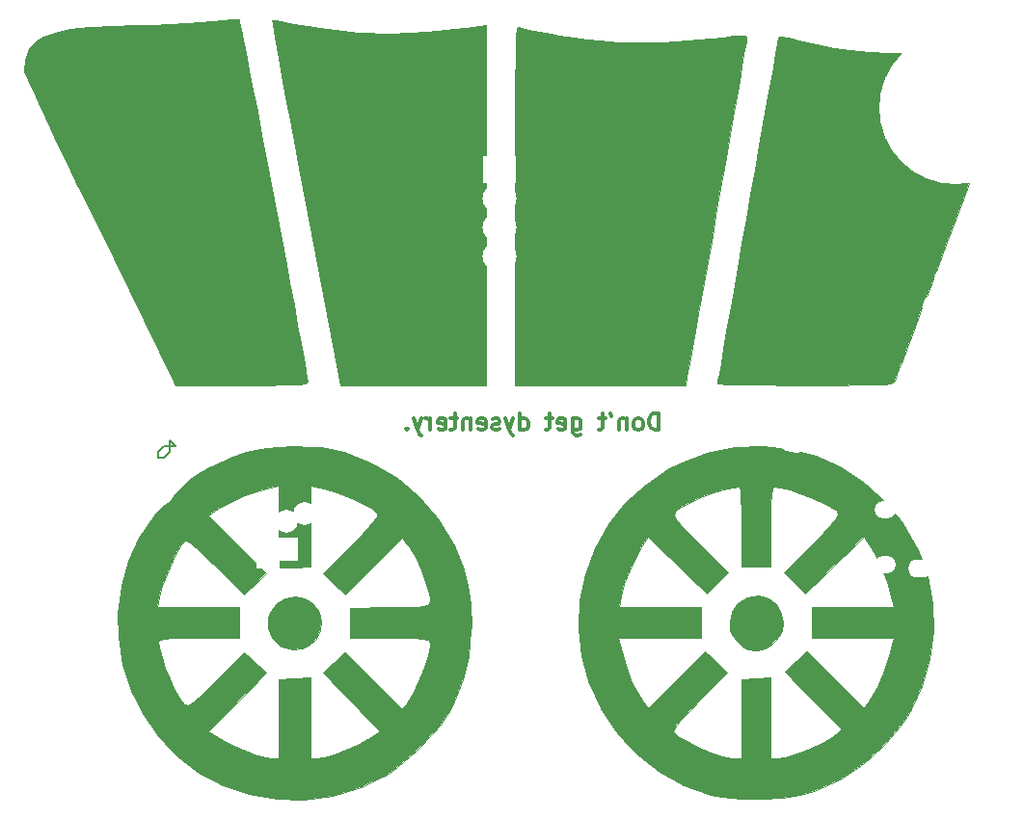
<source format=gbo>
G04 #@! TF.FileFunction,Legend,Bot*
%FSLAX46Y46*%
G04 Gerber Fmt 4.6, Leading zero omitted, Abs format (unit mm)*
G04 Created by KiCad (PCBNEW 4.0.7-e2-6376~58~ubuntu16.04.1) date Wed Mar 28 00:34:47 2018*
%MOMM*%
%LPD*%
G01*
G04 APERTURE LIST*
%ADD10C,0.100000*%
%ADD11C,0.200000*%
%ADD12C,0.300000*%
%ADD13C,0.010000*%
%ADD14C,3.400000*%
%ADD15C,3.000000*%
%ADD16C,2.400000*%
%ADD17R,2.000000X2.000000*%
%ADD18C,2.000000*%
%ADD19C,4.900000*%
%ADD20O,1.900000X1.500000*%
%ADD21O,2.100000X1.600000*%
%ADD22C,13.400000*%
%ADD23R,3.000000X2.400000*%
%ADD24O,3.000000X2.400000*%
G04 APERTURE END LIST*
D10*
D11*
X105156000Y-70612000D02*
X106172000Y-70612000D01*
X104648000Y-71120000D02*
X105156000Y-70612000D01*
X104648000Y-71628000D02*
X104648000Y-71120000D01*
X105156000Y-71628000D02*
X104648000Y-71628000D01*
X105664000Y-71120000D02*
X105156000Y-71628000D01*
X105664000Y-70104000D02*
X105664000Y-71120000D01*
X106172000Y-70612000D02*
X105664000Y-70104000D01*
D12*
X148646428Y-69188571D02*
X148646428Y-67688571D01*
X148289285Y-67688571D01*
X148075000Y-67760000D01*
X147932142Y-67902857D01*
X147860714Y-68045714D01*
X147789285Y-68331429D01*
X147789285Y-68545714D01*
X147860714Y-68831429D01*
X147932142Y-68974286D01*
X148075000Y-69117143D01*
X148289285Y-69188571D01*
X148646428Y-69188571D01*
X146932142Y-69188571D02*
X147075000Y-69117143D01*
X147146428Y-69045714D01*
X147217857Y-68902857D01*
X147217857Y-68474286D01*
X147146428Y-68331429D01*
X147075000Y-68260000D01*
X146932142Y-68188571D01*
X146717857Y-68188571D01*
X146575000Y-68260000D01*
X146503571Y-68331429D01*
X146432142Y-68474286D01*
X146432142Y-68902857D01*
X146503571Y-69045714D01*
X146575000Y-69117143D01*
X146717857Y-69188571D01*
X146932142Y-69188571D01*
X145789285Y-68188571D02*
X145789285Y-69188571D01*
X145789285Y-68331429D02*
X145717857Y-68260000D01*
X145574999Y-68188571D01*
X145360714Y-68188571D01*
X145217857Y-68260000D01*
X145146428Y-68402857D01*
X145146428Y-69188571D01*
X144360714Y-67688571D02*
X144503571Y-67974286D01*
X143932142Y-68188571D02*
X143360713Y-68188571D01*
X143717856Y-67688571D02*
X143717856Y-68974286D01*
X143646428Y-69117143D01*
X143503570Y-69188571D01*
X143360713Y-69188571D01*
X141074999Y-68188571D02*
X141074999Y-69402857D01*
X141146428Y-69545714D01*
X141217856Y-69617143D01*
X141360713Y-69688571D01*
X141574999Y-69688571D01*
X141717856Y-69617143D01*
X141074999Y-69117143D02*
X141217856Y-69188571D01*
X141503570Y-69188571D01*
X141646428Y-69117143D01*
X141717856Y-69045714D01*
X141789285Y-68902857D01*
X141789285Y-68474286D01*
X141717856Y-68331429D01*
X141646428Y-68260000D01*
X141503570Y-68188571D01*
X141217856Y-68188571D01*
X141074999Y-68260000D01*
X139789285Y-69117143D02*
X139932142Y-69188571D01*
X140217856Y-69188571D01*
X140360713Y-69117143D01*
X140432142Y-68974286D01*
X140432142Y-68402857D01*
X140360713Y-68260000D01*
X140217856Y-68188571D01*
X139932142Y-68188571D01*
X139789285Y-68260000D01*
X139717856Y-68402857D01*
X139717856Y-68545714D01*
X140432142Y-68688571D01*
X139289285Y-68188571D02*
X138717856Y-68188571D01*
X139074999Y-67688571D02*
X139074999Y-68974286D01*
X139003571Y-69117143D01*
X138860713Y-69188571D01*
X138717856Y-69188571D01*
X136432142Y-69188571D02*
X136432142Y-67688571D01*
X136432142Y-69117143D02*
X136574999Y-69188571D01*
X136860713Y-69188571D01*
X137003571Y-69117143D01*
X137074999Y-69045714D01*
X137146428Y-68902857D01*
X137146428Y-68474286D01*
X137074999Y-68331429D01*
X137003571Y-68260000D01*
X136860713Y-68188571D01*
X136574999Y-68188571D01*
X136432142Y-68260000D01*
X135860713Y-68188571D02*
X135503570Y-69188571D01*
X135146428Y-68188571D02*
X135503570Y-69188571D01*
X135646428Y-69545714D01*
X135717856Y-69617143D01*
X135860713Y-69688571D01*
X134646428Y-69117143D02*
X134503571Y-69188571D01*
X134217856Y-69188571D01*
X134074999Y-69117143D01*
X134003571Y-68974286D01*
X134003571Y-68902857D01*
X134074999Y-68760000D01*
X134217856Y-68688571D01*
X134432142Y-68688571D01*
X134574999Y-68617143D01*
X134646428Y-68474286D01*
X134646428Y-68402857D01*
X134574999Y-68260000D01*
X134432142Y-68188571D01*
X134217856Y-68188571D01*
X134074999Y-68260000D01*
X132789285Y-69117143D02*
X132932142Y-69188571D01*
X133217856Y-69188571D01*
X133360713Y-69117143D01*
X133432142Y-68974286D01*
X133432142Y-68402857D01*
X133360713Y-68260000D01*
X133217856Y-68188571D01*
X132932142Y-68188571D01*
X132789285Y-68260000D01*
X132717856Y-68402857D01*
X132717856Y-68545714D01*
X133432142Y-68688571D01*
X132074999Y-68188571D02*
X132074999Y-69188571D01*
X132074999Y-68331429D02*
X132003571Y-68260000D01*
X131860713Y-68188571D01*
X131646428Y-68188571D01*
X131503571Y-68260000D01*
X131432142Y-68402857D01*
X131432142Y-69188571D01*
X130932142Y-68188571D02*
X130360713Y-68188571D01*
X130717856Y-67688571D02*
X130717856Y-68974286D01*
X130646428Y-69117143D01*
X130503570Y-69188571D01*
X130360713Y-69188571D01*
X129289285Y-69117143D02*
X129432142Y-69188571D01*
X129717856Y-69188571D01*
X129860713Y-69117143D01*
X129932142Y-68974286D01*
X129932142Y-68402857D01*
X129860713Y-68260000D01*
X129717856Y-68188571D01*
X129432142Y-68188571D01*
X129289285Y-68260000D01*
X129217856Y-68402857D01*
X129217856Y-68545714D01*
X129932142Y-68688571D01*
X128574999Y-69188571D02*
X128574999Y-68188571D01*
X128574999Y-68474286D02*
X128503571Y-68331429D01*
X128432142Y-68260000D01*
X128289285Y-68188571D01*
X128146428Y-68188571D01*
X127789285Y-68188571D02*
X127432142Y-69188571D01*
X127075000Y-68188571D02*
X127432142Y-69188571D01*
X127575000Y-69545714D01*
X127646428Y-69617143D01*
X127789285Y-69688571D01*
X126503571Y-69045714D02*
X126432143Y-69117143D01*
X126503571Y-69188571D01*
X126575000Y-69117143D01*
X126503571Y-69045714D01*
X126503571Y-69188571D01*
D13*
G36*
X118005156Y-70658163D02*
X118980238Y-70716108D01*
X119794348Y-70830896D01*
X120578252Y-71017736D01*
X120971667Y-71134216D01*
X123445093Y-72103498D01*
X125643659Y-73394667D01*
X127565913Y-75006481D01*
X129210404Y-76937696D01*
X130575682Y-79187070D01*
X130727937Y-79493224D01*
X131435278Y-81157086D01*
X131890702Y-82774641D01*
X132120676Y-84482845D01*
X132151669Y-86418658D01*
X132138546Y-86792506D01*
X131916450Y-89082060D01*
X131431942Y-91130844D01*
X130653336Y-93053017D01*
X130131666Y-94023300D01*
X129440163Y-95032751D01*
X128500022Y-96157241D01*
X127414753Y-97292067D01*
X126287869Y-98332528D01*
X125222882Y-99173919D01*
X124706926Y-99510429D01*
X122447214Y-100598286D01*
X120016317Y-101315669D01*
X117467589Y-101650981D01*
X115045000Y-101610356D01*
X112623274Y-101195948D01*
X110353462Y-100410640D01*
X108264666Y-99288662D01*
X106385990Y-97864241D01*
X104746537Y-96171608D01*
X103375411Y-94244989D01*
X102301715Y-92118616D01*
X101554553Y-89826715D01*
X101163027Y-87403515D01*
X101132559Y-85247822D01*
X101197362Y-84710000D01*
X104626220Y-84710000D01*
X111772298Y-84710000D01*
X111768232Y-86085571D01*
X111764167Y-87461141D01*
X108218750Y-87461404D01*
X106856098Y-87468695D01*
X105868732Y-87492796D01*
X105208810Y-87537393D01*
X104828487Y-87606176D01*
X104679920Y-87702831D01*
X104673334Y-87734696D01*
X104757311Y-88336218D01*
X104979146Y-89180952D01*
X105293694Y-90130377D01*
X105655809Y-91045970D01*
X105958409Y-91677759D01*
X106370793Y-92453795D01*
X106688747Y-92997252D01*
X106972396Y-93300383D01*
X107281866Y-93355443D01*
X107677285Y-93154685D01*
X108218779Y-92690363D01*
X108966472Y-91954732D01*
X109726819Y-91192279D01*
X112232564Y-88693062D01*
X114165254Y-90530834D01*
X111622195Y-93093536D01*
X109079137Y-95656238D01*
X110209985Y-96356651D01*
X111110434Y-96849597D01*
X112137624Y-97311813D01*
X113165842Y-97695884D01*
X114069374Y-97954395D01*
X114674584Y-98040536D01*
X115256667Y-98045000D01*
X115256667Y-91096122D01*
X116632944Y-91025144D01*
X118009222Y-90954167D01*
X118008778Y-94499584D01*
X118008334Y-98045000D01*
X118590417Y-98040536D01*
X119267346Y-97938183D01*
X120181543Y-97671338D01*
X121204401Y-97288458D01*
X122207316Y-96838002D01*
X123061681Y-96368428D01*
X123110773Y-96337268D01*
X124180478Y-95650839D01*
X121649868Y-93090836D01*
X119119258Y-90530834D01*
X120089608Y-89625673D01*
X121059959Y-88720513D01*
X123564053Y-91213173D01*
X126068146Y-93705834D01*
X126483670Y-93176667D01*
X127026079Y-92342872D01*
X127571740Y-91264636D01*
X128040607Y-90112577D01*
X128284166Y-89338946D01*
X128468664Y-88662270D01*
X128573709Y-88170627D01*
X128548632Y-87834640D01*
X128342762Y-87624935D01*
X127905429Y-87512136D01*
X127185963Y-87466867D01*
X126133694Y-87459754D01*
X125046250Y-87461796D01*
X121500834Y-87461925D01*
X121530802Y-86138879D01*
X121560770Y-84815834D01*
X125076218Y-84757799D01*
X126423531Y-84737181D01*
X127397664Y-84705995D01*
X128048285Y-84633459D01*
X128425065Y-84488791D01*
X128577674Y-84241207D01*
X128555780Y-83859925D01*
X128409054Y-83314161D01*
X128250561Y-82790501D01*
X127806535Y-81544707D01*
X127252892Y-80365066D01*
X126665016Y-79406789D01*
X126508970Y-79204647D01*
X126075154Y-78677500D01*
X121077500Y-83634014D01*
X119129738Y-81782976D01*
X121629857Y-79289370D01*
X122579524Y-78329758D01*
X123251052Y-77617664D01*
X123676978Y-77113047D01*
X123889841Y-76775866D01*
X123922181Y-76566080D01*
X123890613Y-76507350D01*
X123357280Y-76057572D01*
X122516739Y-75568851D01*
X121476201Y-75088651D01*
X120342878Y-74664439D01*
X119223983Y-74343678D01*
X118802084Y-74254529D01*
X118008334Y-74107484D01*
X118008308Y-77662492D01*
X118008283Y-81217500D01*
X116632475Y-81232903D01*
X115256667Y-81248305D01*
X115256667Y-74107484D01*
X114462917Y-74250806D01*
X113326195Y-74544392D01*
X112062750Y-75008509D01*
X110864682Y-75564934D01*
X110043957Y-76050158D01*
X109068964Y-76720971D01*
X114118646Y-81770653D01*
X112215774Y-83673525D01*
X109737530Y-81201737D01*
X108899461Y-80386392D01*
X108155391Y-79701101D01*
X107559370Y-79192605D01*
X107165452Y-78907648D01*
X107037618Y-78866948D01*
X106682711Y-79244722D01*
X106261470Y-79932998D01*
X105817868Y-80833569D01*
X105395877Y-81848228D01*
X105039470Y-82878767D01*
X104792620Y-83826979D01*
X104773945Y-83922560D01*
X104626220Y-84710000D01*
X101197362Y-84710000D01*
X101422082Y-82844978D01*
X102036840Y-80654645D01*
X103002255Y-78621581D01*
X104343745Y-76690548D01*
X105815683Y-75071243D01*
X106791211Y-74136886D01*
X107615808Y-73439783D01*
X108408155Y-72890818D01*
X109286934Y-72400871D01*
X109541667Y-72273410D01*
X111029136Y-71594189D01*
X112355997Y-71124523D01*
X113668189Y-70831324D01*
X115111654Y-70681506D01*
X116738334Y-70641852D01*
X118005156Y-70658163D01*
X118005156Y-70658163D01*
G37*
X118005156Y-70658163D02*
X118980238Y-70716108D01*
X119794348Y-70830896D01*
X120578252Y-71017736D01*
X120971667Y-71134216D01*
X123445093Y-72103498D01*
X125643659Y-73394667D01*
X127565913Y-75006481D01*
X129210404Y-76937696D01*
X130575682Y-79187070D01*
X130727937Y-79493224D01*
X131435278Y-81157086D01*
X131890702Y-82774641D01*
X132120676Y-84482845D01*
X132151669Y-86418658D01*
X132138546Y-86792506D01*
X131916450Y-89082060D01*
X131431942Y-91130844D01*
X130653336Y-93053017D01*
X130131666Y-94023300D01*
X129440163Y-95032751D01*
X128500022Y-96157241D01*
X127414753Y-97292067D01*
X126287869Y-98332528D01*
X125222882Y-99173919D01*
X124706926Y-99510429D01*
X122447214Y-100598286D01*
X120016317Y-101315669D01*
X117467589Y-101650981D01*
X115045000Y-101610356D01*
X112623274Y-101195948D01*
X110353462Y-100410640D01*
X108264666Y-99288662D01*
X106385990Y-97864241D01*
X104746537Y-96171608D01*
X103375411Y-94244989D01*
X102301715Y-92118616D01*
X101554553Y-89826715D01*
X101163027Y-87403515D01*
X101132559Y-85247822D01*
X101197362Y-84710000D01*
X104626220Y-84710000D01*
X111772298Y-84710000D01*
X111768232Y-86085571D01*
X111764167Y-87461141D01*
X108218750Y-87461404D01*
X106856098Y-87468695D01*
X105868732Y-87492796D01*
X105208810Y-87537393D01*
X104828487Y-87606176D01*
X104679920Y-87702831D01*
X104673334Y-87734696D01*
X104757311Y-88336218D01*
X104979146Y-89180952D01*
X105293694Y-90130377D01*
X105655809Y-91045970D01*
X105958409Y-91677759D01*
X106370793Y-92453795D01*
X106688747Y-92997252D01*
X106972396Y-93300383D01*
X107281866Y-93355443D01*
X107677285Y-93154685D01*
X108218779Y-92690363D01*
X108966472Y-91954732D01*
X109726819Y-91192279D01*
X112232564Y-88693062D01*
X114165254Y-90530834D01*
X111622195Y-93093536D01*
X109079137Y-95656238D01*
X110209985Y-96356651D01*
X111110434Y-96849597D01*
X112137624Y-97311813D01*
X113165842Y-97695884D01*
X114069374Y-97954395D01*
X114674584Y-98040536D01*
X115256667Y-98045000D01*
X115256667Y-91096122D01*
X116632944Y-91025144D01*
X118009222Y-90954167D01*
X118008778Y-94499584D01*
X118008334Y-98045000D01*
X118590417Y-98040536D01*
X119267346Y-97938183D01*
X120181543Y-97671338D01*
X121204401Y-97288458D01*
X122207316Y-96838002D01*
X123061681Y-96368428D01*
X123110773Y-96337268D01*
X124180478Y-95650839D01*
X121649868Y-93090836D01*
X119119258Y-90530834D01*
X120089608Y-89625673D01*
X121059959Y-88720513D01*
X123564053Y-91213173D01*
X126068146Y-93705834D01*
X126483670Y-93176667D01*
X127026079Y-92342872D01*
X127571740Y-91264636D01*
X128040607Y-90112577D01*
X128284166Y-89338946D01*
X128468664Y-88662270D01*
X128573709Y-88170627D01*
X128548632Y-87834640D01*
X128342762Y-87624935D01*
X127905429Y-87512136D01*
X127185963Y-87466867D01*
X126133694Y-87459754D01*
X125046250Y-87461796D01*
X121500834Y-87461925D01*
X121530802Y-86138879D01*
X121560770Y-84815834D01*
X125076218Y-84757799D01*
X126423531Y-84737181D01*
X127397664Y-84705995D01*
X128048285Y-84633459D01*
X128425065Y-84488791D01*
X128577674Y-84241207D01*
X128555780Y-83859925D01*
X128409054Y-83314161D01*
X128250561Y-82790501D01*
X127806535Y-81544707D01*
X127252892Y-80365066D01*
X126665016Y-79406789D01*
X126508970Y-79204647D01*
X126075154Y-78677500D01*
X121077500Y-83634014D01*
X119129738Y-81782976D01*
X121629857Y-79289370D01*
X122579524Y-78329758D01*
X123251052Y-77617664D01*
X123676978Y-77113047D01*
X123889841Y-76775866D01*
X123922181Y-76566080D01*
X123890613Y-76507350D01*
X123357280Y-76057572D01*
X122516739Y-75568851D01*
X121476201Y-75088651D01*
X120342878Y-74664439D01*
X119223983Y-74343678D01*
X118802084Y-74254529D01*
X118008334Y-74107484D01*
X118008308Y-77662492D01*
X118008283Y-81217500D01*
X116632475Y-81232903D01*
X115256667Y-81248305D01*
X115256667Y-74107484D01*
X114462917Y-74250806D01*
X113326195Y-74544392D01*
X112062750Y-75008509D01*
X110864682Y-75564934D01*
X110043957Y-76050158D01*
X109068964Y-76720971D01*
X114118646Y-81770653D01*
X112215774Y-83673525D01*
X109737530Y-81201737D01*
X108899461Y-80386392D01*
X108155391Y-79701101D01*
X107559370Y-79192605D01*
X107165452Y-78907648D01*
X107037618Y-78866948D01*
X106682711Y-79244722D01*
X106261470Y-79932998D01*
X105817868Y-80833569D01*
X105395877Y-81848228D01*
X105039470Y-82878767D01*
X104792620Y-83826979D01*
X104773945Y-83922560D01*
X104626220Y-84710000D01*
X101197362Y-84710000D01*
X101422082Y-82844978D01*
X102036840Y-80654645D01*
X103002255Y-78621581D01*
X104343745Y-76690548D01*
X105815683Y-75071243D01*
X106791211Y-74136886D01*
X107615808Y-73439783D01*
X108408155Y-72890818D01*
X109286934Y-72400871D01*
X109541667Y-72273410D01*
X111029136Y-71594189D01*
X112355997Y-71124523D01*
X113668189Y-70831324D01*
X115111654Y-70681506D01*
X116738334Y-70641852D01*
X118005156Y-70658163D01*
G36*
X160098211Y-70826065D02*
X162388995Y-71444272D01*
X164557972Y-72408150D01*
X166566035Y-73703461D01*
X168374076Y-75315967D01*
X169942986Y-77231429D01*
X171233657Y-79435609D01*
X171353319Y-79687244D01*
X172205203Y-82006962D01*
X172665951Y-84421112D01*
X172740133Y-86873692D01*
X172432316Y-89308703D01*
X171747070Y-91670144D01*
X170688963Y-93902015D01*
X170119646Y-94809165D01*
X168516325Y-96805115D01*
X166634612Y-98502440D01*
X164516642Y-99871368D01*
X162204547Y-100882131D01*
X161026105Y-101234424D01*
X159475100Y-101511204D01*
X157702145Y-101634002D01*
X155876134Y-101603196D01*
X154165964Y-101419168D01*
X153193580Y-101216805D01*
X150856057Y-100390443D01*
X148689234Y-99199525D01*
X146735692Y-97682978D01*
X145038012Y-95879727D01*
X143638777Y-93828698D01*
X142580567Y-91568815D01*
X142550695Y-91487691D01*
X141873171Y-89045565D01*
X141695859Y-87461667D01*
X145093601Y-87461667D01*
X145224694Y-88043750D01*
X145700577Y-89827588D01*
X146271835Y-91310684D01*
X146987748Y-92613111D01*
X147274562Y-93038518D01*
X147699832Y-93641202D01*
X150207951Y-91139618D01*
X152716070Y-88638033D01*
X153674225Y-89578390D01*
X154632379Y-90518748D01*
X152158679Y-92998909D01*
X151220674Y-93951187D01*
X150558482Y-94655976D01*
X150138676Y-95154891D01*
X149927829Y-95489548D01*
X149892513Y-95701562D01*
X149929673Y-95773909D01*
X150419517Y-96180308D01*
X151206810Y-96637275D01*
X152177292Y-97096863D01*
X153216702Y-97511124D01*
X154210779Y-97832110D01*
X155045262Y-98011872D01*
X155314584Y-98033617D01*
X155896667Y-98045000D01*
X155896667Y-91097601D01*
X157167053Y-91025884D01*
X158437438Y-90954167D01*
X158437053Y-94499584D01*
X158436667Y-98045000D01*
X158927416Y-98045000D01*
X159744332Y-97935061D01*
X160779358Y-97640406D01*
X161900143Y-97213778D01*
X162974333Y-96707920D01*
X163869577Y-96175575D01*
X164153687Y-95962303D01*
X164680834Y-95528488D01*
X162151298Y-92983918D01*
X161326210Y-92145053D01*
X160625465Y-91415554D01*
X160095578Y-90845262D01*
X159783064Y-90484017D01*
X159720381Y-90379258D01*
X159916768Y-90213162D01*
X160323033Y-89845468D01*
X160718703Y-89479169D01*
X161618406Y-88639172D01*
X166633502Y-93641202D01*
X167058772Y-93038518D01*
X167835454Y-91770319D01*
X168450632Y-90362510D01*
X168953583Y-88695017D01*
X169108640Y-88043750D01*
X169239732Y-87461667D01*
X162035000Y-87461667D01*
X162035000Y-84710000D01*
X169239732Y-84710000D01*
X169111182Y-84127917D01*
X168667062Y-82548013D01*
X168064788Y-81016151D01*
X167399340Y-79755196D01*
X166633259Y-78530454D01*
X164069546Y-81059673D01*
X161505834Y-83588891D01*
X160583851Y-82640499D01*
X159661869Y-81692106D01*
X162171351Y-79168283D01*
X163128298Y-78209442D01*
X163806642Y-77503737D01*
X164213900Y-76992297D01*
X164357585Y-76616252D01*
X164245214Y-76316730D01*
X163884300Y-76034862D01*
X163282361Y-75711776D01*
X162653075Y-75394670D01*
X161910397Y-75062685D01*
X161010477Y-74727441D01*
X160086816Y-74431445D01*
X159272918Y-74217203D01*
X158702282Y-74127224D01*
X158670697Y-74126667D01*
X158573788Y-74301233D01*
X158503556Y-74837050D01*
X158458803Y-75752295D01*
X158438330Y-77065145D01*
X158436667Y-77675611D01*
X158436667Y-81224556D01*
X155896667Y-81224556D01*
X155896667Y-77675611D01*
X155885155Y-76206030D01*
X155849822Y-75140999D01*
X155789467Y-74462342D01*
X155702893Y-74151882D01*
X155662636Y-74126667D01*
X155117608Y-74204693D01*
X154318479Y-74410432D01*
X153398750Y-74701377D01*
X152491924Y-75035020D01*
X151731502Y-75368854D01*
X151680259Y-75394670D01*
X150896234Y-75790422D01*
X150347396Y-76099215D01*
X150041260Y-76379919D01*
X149985343Y-76691407D01*
X150187157Y-77092547D01*
X150654220Y-77642210D01*
X151394046Y-78399268D01*
X152161982Y-79168283D01*
X154671464Y-81692106D01*
X153749482Y-82640499D01*
X152827500Y-83588891D01*
X147707494Y-78537855D01*
X147021756Y-79606486D01*
X146215503Y-81098365D01*
X145598611Y-82711906D01*
X145327250Y-83795066D01*
X145156321Y-84710000D01*
X152298334Y-84710000D01*
X152298334Y-87461667D01*
X145093601Y-87461667D01*
X141695859Y-87461667D01*
X141598719Y-86593942D01*
X141710723Y-84173368D01*
X142192563Y-81824388D01*
X143027622Y-79587546D01*
X144199282Y-77503388D01*
X145690925Y-75612459D01*
X147485933Y-73955304D01*
X149567688Y-72572469D01*
X150499167Y-72094716D01*
X152886098Y-71187855D01*
X155307655Y-70683619D01*
X157724728Y-70567768D01*
X160098211Y-70826065D01*
X160098211Y-70826065D01*
G37*
X160098211Y-70826065D02*
X162388995Y-71444272D01*
X164557972Y-72408150D01*
X166566035Y-73703461D01*
X168374076Y-75315967D01*
X169942986Y-77231429D01*
X171233657Y-79435609D01*
X171353319Y-79687244D01*
X172205203Y-82006962D01*
X172665951Y-84421112D01*
X172740133Y-86873692D01*
X172432316Y-89308703D01*
X171747070Y-91670144D01*
X170688963Y-93902015D01*
X170119646Y-94809165D01*
X168516325Y-96805115D01*
X166634612Y-98502440D01*
X164516642Y-99871368D01*
X162204547Y-100882131D01*
X161026105Y-101234424D01*
X159475100Y-101511204D01*
X157702145Y-101634002D01*
X155876134Y-101603196D01*
X154165964Y-101419168D01*
X153193580Y-101216805D01*
X150856057Y-100390443D01*
X148689234Y-99199525D01*
X146735692Y-97682978D01*
X145038012Y-95879727D01*
X143638777Y-93828698D01*
X142580567Y-91568815D01*
X142550695Y-91487691D01*
X141873171Y-89045565D01*
X141695859Y-87461667D01*
X145093601Y-87461667D01*
X145224694Y-88043750D01*
X145700577Y-89827588D01*
X146271835Y-91310684D01*
X146987748Y-92613111D01*
X147274562Y-93038518D01*
X147699832Y-93641202D01*
X150207951Y-91139618D01*
X152716070Y-88638033D01*
X153674225Y-89578390D01*
X154632379Y-90518748D01*
X152158679Y-92998909D01*
X151220674Y-93951187D01*
X150558482Y-94655976D01*
X150138676Y-95154891D01*
X149927829Y-95489548D01*
X149892513Y-95701562D01*
X149929673Y-95773909D01*
X150419517Y-96180308D01*
X151206810Y-96637275D01*
X152177292Y-97096863D01*
X153216702Y-97511124D01*
X154210779Y-97832110D01*
X155045262Y-98011872D01*
X155314584Y-98033617D01*
X155896667Y-98045000D01*
X155896667Y-91097601D01*
X157167053Y-91025884D01*
X158437438Y-90954167D01*
X158437053Y-94499584D01*
X158436667Y-98045000D01*
X158927416Y-98045000D01*
X159744332Y-97935061D01*
X160779358Y-97640406D01*
X161900143Y-97213778D01*
X162974333Y-96707920D01*
X163869577Y-96175575D01*
X164153687Y-95962303D01*
X164680834Y-95528488D01*
X162151298Y-92983918D01*
X161326210Y-92145053D01*
X160625465Y-91415554D01*
X160095578Y-90845262D01*
X159783064Y-90484017D01*
X159720381Y-90379258D01*
X159916768Y-90213162D01*
X160323033Y-89845468D01*
X160718703Y-89479169D01*
X161618406Y-88639172D01*
X166633502Y-93641202D01*
X167058772Y-93038518D01*
X167835454Y-91770319D01*
X168450632Y-90362510D01*
X168953583Y-88695017D01*
X169108640Y-88043750D01*
X169239732Y-87461667D01*
X162035000Y-87461667D01*
X162035000Y-84710000D01*
X169239732Y-84710000D01*
X169111182Y-84127917D01*
X168667062Y-82548013D01*
X168064788Y-81016151D01*
X167399340Y-79755196D01*
X166633259Y-78530454D01*
X164069546Y-81059673D01*
X161505834Y-83588891D01*
X160583851Y-82640499D01*
X159661869Y-81692106D01*
X162171351Y-79168283D01*
X163128298Y-78209442D01*
X163806642Y-77503737D01*
X164213900Y-76992297D01*
X164357585Y-76616252D01*
X164245214Y-76316730D01*
X163884300Y-76034862D01*
X163282361Y-75711776D01*
X162653075Y-75394670D01*
X161910397Y-75062685D01*
X161010477Y-74727441D01*
X160086816Y-74431445D01*
X159272918Y-74217203D01*
X158702282Y-74127224D01*
X158670697Y-74126667D01*
X158573788Y-74301233D01*
X158503556Y-74837050D01*
X158458803Y-75752295D01*
X158438330Y-77065145D01*
X158436667Y-77675611D01*
X158436667Y-81224556D01*
X155896667Y-81224556D01*
X155896667Y-77675611D01*
X155885155Y-76206030D01*
X155849822Y-75140999D01*
X155789467Y-74462342D01*
X155702893Y-74151882D01*
X155662636Y-74126667D01*
X155117608Y-74204693D01*
X154318479Y-74410432D01*
X153398750Y-74701377D01*
X152491924Y-75035020D01*
X151731502Y-75368854D01*
X151680259Y-75394670D01*
X150896234Y-75790422D01*
X150347396Y-76099215D01*
X150041260Y-76379919D01*
X149985343Y-76691407D01*
X150187157Y-77092547D01*
X150654220Y-77642210D01*
X151394046Y-78399268D01*
X152161982Y-79168283D01*
X154671464Y-81692106D01*
X153749482Y-82640499D01*
X152827500Y-83588891D01*
X147707494Y-78537855D01*
X147021756Y-79606486D01*
X146215503Y-81098365D01*
X145598611Y-82711906D01*
X145327250Y-83795066D01*
X145156321Y-84710000D01*
X152298334Y-84710000D01*
X152298334Y-87461667D01*
X145093601Y-87461667D01*
X141695859Y-87461667D01*
X141598719Y-86593942D01*
X141710723Y-84173368D01*
X142192563Y-81824388D01*
X143027622Y-79587546D01*
X144199282Y-77503388D01*
X145690925Y-75612459D01*
X147485933Y-73955304D01*
X149567688Y-72572469D01*
X150499167Y-72094716D01*
X152886098Y-71187855D01*
X155307655Y-70683619D01*
X157724728Y-70567768D01*
X160098211Y-70826065D01*
G36*
X111771804Y-33106248D02*
X111825208Y-33323685D01*
X111948770Y-33918235D01*
X112135097Y-34850842D01*
X112376798Y-36082448D01*
X112666481Y-37573998D01*
X112996755Y-39286435D01*
X113360227Y-41180701D01*
X113749506Y-43217742D01*
X114157201Y-45358499D01*
X114575919Y-47563916D01*
X114998268Y-49794937D01*
X115416857Y-52012505D01*
X115824295Y-54177563D01*
X116213189Y-56251055D01*
X116576147Y-58193925D01*
X116905779Y-59967115D01*
X117194692Y-61531569D01*
X117435494Y-62848230D01*
X117620793Y-63878043D01*
X117743199Y-64581949D01*
X117795319Y-64920893D01*
X117796667Y-64940490D01*
X117736204Y-65030203D01*
X117526223Y-65100435D01*
X117123831Y-65153382D01*
X116486138Y-65191239D01*
X115570254Y-65216205D01*
X114333286Y-65230475D01*
X112732345Y-65236245D01*
X112013491Y-65236667D01*
X106230315Y-65236667D01*
X99645533Y-51848750D01*
X98547130Y-49608223D01*
X97502499Y-47463226D01*
X96527086Y-45446370D01*
X95636340Y-43590263D01*
X94845707Y-41927515D01*
X94170635Y-40490736D01*
X93626571Y-39312535D01*
X93228963Y-38425523D01*
X92993257Y-37862308D01*
X92932876Y-37678234D01*
X92969208Y-36665010D01*
X93367310Y-35688950D01*
X93909979Y-35028422D01*
X94579227Y-34600255D01*
X95579380Y-34252598D01*
X96928759Y-33982475D01*
X98645684Y-33786912D01*
X100748474Y-33662934D01*
X102614887Y-33614770D01*
X104134751Y-33580648D01*
X105679867Y-33524628D01*
X107139253Y-33452247D01*
X108401923Y-33369043D01*
X109356894Y-33280553D01*
X109388540Y-33276812D01*
X110323371Y-33174929D01*
X111092588Y-33109784D01*
X111605790Y-33087845D01*
X111771804Y-33106248D01*
X111771804Y-33106248D01*
G37*
X111771804Y-33106248D02*
X111825208Y-33323685D01*
X111948770Y-33918235D01*
X112135097Y-34850842D01*
X112376798Y-36082448D01*
X112666481Y-37573998D01*
X112996755Y-39286435D01*
X113360227Y-41180701D01*
X113749506Y-43217742D01*
X114157201Y-45358499D01*
X114575919Y-47563916D01*
X114998268Y-49794937D01*
X115416857Y-52012505D01*
X115824295Y-54177563D01*
X116213189Y-56251055D01*
X116576147Y-58193925D01*
X116905779Y-59967115D01*
X117194692Y-61531569D01*
X117435494Y-62848230D01*
X117620793Y-63878043D01*
X117743199Y-64581949D01*
X117795319Y-64920893D01*
X117796667Y-64940490D01*
X117736204Y-65030203D01*
X117526223Y-65100435D01*
X117123831Y-65153382D01*
X116486138Y-65191239D01*
X115570254Y-65216205D01*
X114333286Y-65230475D01*
X112732345Y-65236245D01*
X112013491Y-65236667D01*
X106230315Y-65236667D01*
X99645533Y-51848750D01*
X98547130Y-49608223D01*
X97502499Y-47463226D01*
X96527086Y-45446370D01*
X95636340Y-43590263D01*
X94845707Y-41927515D01*
X94170635Y-40490736D01*
X93626571Y-39312535D01*
X93228963Y-38425523D01*
X92993257Y-37862308D01*
X92932876Y-37678234D01*
X92969208Y-36665010D01*
X93367310Y-35688950D01*
X93909979Y-35028422D01*
X94579227Y-34600255D01*
X95579380Y-34252598D01*
X96928759Y-33982475D01*
X98645684Y-33786912D01*
X100748474Y-33662934D01*
X102614887Y-33614770D01*
X104134751Y-33580648D01*
X105679867Y-33524628D01*
X107139253Y-33452247D01*
X108401923Y-33369043D01*
X109356894Y-33280553D01*
X109388540Y-33276812D01*
X110323371Y-33174929D01*
X111092588Y-33109784D01*
X111605790Y-33087845D01*
X111771804Y-33106248D01*
G36*
X114886766Y-33173876D02*
X115424683Y-33260867D01*
X116186104Y-33404442D01*
X116632500Y-33494776D01*
X119473220Y-33986123D01*
X122294646Y-34269698D01*
X125189710Y-34347255D01*
X128251342Y-34220552D01*
X131572473Y-33891343D01*
X132348750Y-33791706D01*
X133460000Y-33643795D01*
X133460000Y-65236667D01*
X120641240Y-65236667D01*
X117624402Y-49227607D01*
X117146379Y-46686167D01*
X116693216Y-44267592D01*
X116270781Y-42003773D01*
X115884944Y-39926600D01*
X115541573Y-38067964D01*
X115246536Y-36459754D01*
X115005702Y-35133860D01*
X114824939Y-34122173D01*
X114710117Y-33456584D01*
X114667102Y-33168981D01*
X114667532Y-33159700D01*
X114886766Y-33173876D01*
X114886766Y-33173876D01*
G37*
X114886766Y-33173876D02*
X115424683Y-33260867D01*
X116186104Y-33404442D01*
X116632500Y-33494776D01*
X119473220Y-33986123D01*
X122294646Y-34269698D01*
X125189710Y-34347255D01*
X128251342Y-34220552D01*
X131572473Y-33891343D01*
X132348750Y-33791706D01*
X133460000Y-33643795D01*
X133460000Y-65236667D01*
X120641240Y-65236667D01*
X117624402Y-49227607D01*
X117146379Y-46686167D01*
X116693216Y-44267592D01*
X116270781Y-42003773D01*
X115884944Y-39926600D01*
X115541573Y-38067964D01*
X115246536Y-36459754D01*
X115005702Y-35133860D01*
X114824939Y-34122173D01*
X114710117Y-33456584D01*
X114667102Y-33168981D01*
X114667532Y-33159700D01*
X114886766Y-33173876D01*
G36*
X136815524Y-33915078D02*
X137645482Y-34094106D01*
X138708833Y-34294058D01*
X139912257Y-34499032D01*
X141162432Y-34693124D01*
X142366037Y-34860433D01*
X143420173Y-34984081D01*
X145058741Y-35093311D01*
X146985172Y-35126757D01*
X149071493Y-35087965D01*
X151189734Y-34980480D01*
X153211922Y-34807849D01*
X154256250Y-34683833D01*
X155200046Y-34562643D01*
X155801552Y-34505903D01*
X156137502Y-34517813D01*
X156284629Y-34602571D01*
X156319668Y-34764378D01*
X156320000Y-34796759D01*
X156284065Y-35049485D01*
X156180716Y-35680862D01*
X156016640Y-36652746D01*
X155798521Y-37926991D01*
X155533046Y-39465452D01*
X155226899Y-41229983D01*
X154886767Y-43182438D01*
X154519335Y-45284672D01*
X154131289Y-47498539D01*
X153729314Y-49785893D01*
X153320096Y-52108590D01*
X152910320Y-54428482D01*
X152506673Y-56707426D01*
X152115839Y-58907275D01*
X151744504Y-60989883D01*
X151399354Y-62917106D01*
X151105517Y-64548750D01*
X150981220Y-65236667D01*
X136000000Y-65236667D01*
X136000000Y-49444854D01*
X136000779Y-46455123D01*
X136003476Y-43861731D01*
X136008627Y-41637688D01*
X136016772Y-39756002D01*
X136028446Y-38189683D01*
X136044190Y-36911738D01*
X136064539Y-35895176D01*
X136090033Y-35113007D01*
X136121209Y-34538239D01*
X136158604Y-34143880D01*
X136202757Y-33902940D01*
X136254206Y-33788428D01*
X136312282Y-33772875D01*
X136815524Y-33915078D01*
X136815524Y-33915078D01*
G37*
X136815524Y-33915078D02*
X137645482Y-34094106D01*
X138708833Y-34294058D01*
X139912257Y-34499032D01*
X141162432Y-34693124D01*
X142366037Y-34860433D01*
X143420173Y-34984081D01*
X145058741Y-35093311D01*
X146985172Y-35126757D01*
X149071493Y-35087965D01*
X151189734Y-34980480D01*
X153211922Y-34807849D01*
X154256250Y-34683833D01*
X155200046Y-34562643D01*
X155801552Y-34505903D01*
X156137502Y-34517813D01*
X156284629Y-34602571D01*
X156319668Y-34764378D01*
X156320000Y-34796759D01*
X156284065Y-35049485D01*
X156180716Y-35680862D01*
X156016640Y-36652746D01*
X155798521Y-37926991D01*
X155533046Y-39465452D01*
X155226899Y-41229983D01*
X154886767Y-43182438D01*
X154519335Y-45284672D01*
X154131289Y-47498539D01*
X153729314Y-49785893D01*
X153320096Y-52108590D01*
X152910320Y-54428482D01*
X152506673Y-56707426D01*
X152115839Y-58907275D01*
X151744504Y-60989883D01*
X151399354Y-62917106D01*
X151105517Y-64548750D01*
X150981220Y-65236667D01*
X136000000Y-65236667D01*
X136000000Y-49444854D01*
X136000779Y-46455123D01*
X136003476Y-43861731D01*
X136008627Y-41637688D01*
X136016772Y-39756002D01*
X136028446Y-38189683D01*
X136044190Y-36911738D01*
X136064539Y-35895176D01*
X136090033Y-35113007D01*
X136121209Y-34538239D01*
X136158604Y-34143880D01*
X136202757Y-33902940D01*
X136254206Y-33788428D01*
X136312282Y-33772875D01*
X136815524Y-33915078D01*
G36*
X159395804Y-34606157D02*
X159919094Y-34712766D01*
X160651329Y-34885928D01*
X160899238Y-34948336D01*
X162516167Y-35334793D01*
X164015893Y-35629137D01*
X165504337Y-35843570D01*
X167087425Y-35990294D01*
X168871079Y-36081512D01*
X170961222Y-36129427D01*
X171175103Y-36132116D01*
X172703609Y-36153061D01*
X173873422Y-36178919D01*
X174749180Y-36215766D01*
X175395521Y-36269677D01*
X175877085Y-36346729D01*
X176258509Y-36452994D01*
X176604431Y-36594550D01*
X176730529Y-36654258D01*
X177402356Y-37050150D01*
X177974308Y-37505401D01*
X178141321Y-37685567D01*
X178325040Y-37944290D01*
X178462297Y-38222872D01*
X178544689Y-38551251D01*
X178563816Y-38959366D01*
X178511278Y-39477152D01*
X178378672Y-40134549D01*
X178157599Y-40961494D01*
X177839658Y-41987924D01*
X177416447Y-43243778D01*
X176879565Y-44758994D01*
X176220613Y-46563508D01*
X175431188Y-48687258D01*
X174502890Y-51160183D01*
X173944224Y-52642500D01*
X173137183Y-54781887D01*
X172372235Y-56809384D01*
X171662862Y-58689275D01*
X171022549Y-60385844D01*
X170464776Y-61863375D01*
X170003028Y-63086152D01*
X169650788Y-64018458D01*
X169421537Y-64624577D01*
X169329748Y-64866250D01*
X169267416Y-64963145D01*
X169135778Y-65041584D01*
X168893898Y-65103499D01*
X168500839Y-65150823D01*
X167915665Y-65185488D01*
X167097437Y-65209427D01*
X166005220Y-65224573D01*
X164598077Y-65232857D01*
X162835071Y-65236213D01*
X161483188Y-65236667D01*
X159724506Y-65232466D01*
X158106680Y-65220507D01*
X156676719Y-65201760D01*
X155481633Y-65177193D01*
X154568429Y-65147773D01*
X153984118Y-65114470D01*
X153775707Y-65078250D01*
X153775681Y-65077917D01*
X153810671Y-64843168D01*
X153912771Y-64233673D01*
X154074897Y-63289386D01*
X154289966Y-62050263D01*
X154550893Y-60556260D01*
X154850594Y-58847333D01*
X155181986Y-56963438D01*
X155537985Y-54944529D01*
X155911505Y-52830563D01*
X156295465Y-50661496D01*
X156682778Y-48477283D01*
X157066362Y-46317880D01*
X157439133Y-44223243D01*
X157794007Y-42233327D01*
X158123898Y-40388089D01*
X158421725Y-38727483D01*
X158680402Y-37291466D01*
X158892846Y-36119993D01*
X159051972Y-35253020D01*
X159150698Y-34730503D01*
X159181563Y-34587152D01*
X159395804Y-34606157D01*
X159395804Y-34606157D01*
G37*
X159395804Y-34606157D02*
X159919094Y-34712766D01*
X160651329Y-34885928D01*
X160899238Y-34948336D01*
X162516167Y-35334793D01*
X164015893Y-35629137D01*
X165504337Y-35843570D01*
X167087425Y-35990294D01*
X168871079Y-36081512D01*
X170961222Y-36129427D01*
X171175103Y-36132116D01*
X172703609Y-36153061D01*
X173873422Y-36178919D01*
X174749180Y-36215766D01*
X175395521Y-36269677D01*
X175877085Y-36346729D01*
X176258509Y-36452994D01*
X176604431Y-36594550D01*
X176730529Y-36654258D01*
X177402356Y-37050150D01*
X177974308Y-37505401D01*
X178141321Y-37685567D01*
X178325040Y-37944290D01*
X178462297Y-38222872D01*
X178544689Y-38551251D01*
X178563816Y-38959366D01*
X178511278Y-39477152D01*
X178378672Y-40134549D01*
X178157599Y-40961494D01*
X177839658Y-41987924D01*
X177416447Y-43243778D01*
X176879565Y-44758994D01*
X176220613Y-46563508D01*
X175431188Y-48687258D01*
X174502890Y-51160183D01*
X173944224Y-52642500D01*
X173137183Y-54781887D01*
X172372235Y-56809384D01*
X171662862Y-58689275D01*
X171022549Y-60385844D01*
X170464776Y-61863375D01*
X170003028Y-63086152D01*
X169650788Y-64018458D01*
X169421537Y-64624577D01*
X169329748Y-64866250D01*
X169267416Y-64963145D01*
X169135778Y-65041584D01*
X168893898Y-65103499D01*
X168500839Y-65150823D01*
X167915665Y-65185488D01*
X167097437Y-65209427D01*
X166005220Y-65224573D01*
X164598077Y-65232857D01*
X162835071Y-65236213D01*
X161483188Y-65236667D01*
X159724506Y-65232466D01*
X158106680Y-65220507D01*
X156676719Y-65201760D01*
X155481633Y-65177193D01*
X154568429Y-65147773D01*
X153984118Y-65114470D01*
X153775707Y-65078250D01*
X153775681Y-65077917D01*
X153810671Y-64843168D01*
X153912771Y-64233673D01*
X154074897Y-63289386D01*
X154289966Y-62050263D01*
X154550893Y-60556260D01*
X154850594Y-58847333D01*
X155181986Y-56963438D01*
X155537985Y-54944529D01*
X155911505Y-52830563D01*
X156295465Y-50661496D01*
X156682778Y-48477283D01*
X157066362Y-46317880D01*
X157439133Y-44223243D01*
X157794007Y-42233327D01*
X158123898Y-40388089D01*
X158421725Y-38727483D01*
X158680402Y-37291466D01*
X158892846Y-36119993D01*
X159051972Y-35253020D01*
X159150698Y-34730503D01*
X159181563Y-34587152D01*
X159395804Y-34606157D01*
G36*
X117541926Y-83945734D02*
X118230745Y-84402794D01*
X118802819Y-85181260D01*
X119014870Y-86001131D01*
X118916951Y-86798701D01*
X118559118Y-87510266D01*
X117991423Y-88072119D01*
X117263921Y-88420555D01*
X116426664Y-88491868D01*
X115529708Y-88222354D01*
X115321113Y-88105998D01*
X114663643Y-87476958D01*
X114312553Y-86647696D01*
X114305467Y-85745071D01*
X114471765Y-85242188D01*
X115048818Y-84441589D01*
X115815577Y-83944642D01*
X116677971Y-83772355D01*
X117541926Y-83945734D01*
X117541926Y-83945734D01*
G37*
X117541926Y-83945734D02*
X118230745Y-84402794D01*
X118802819Y-85181260D01*
X119014870Y-86001131D01*
X118916951Y-86798701D01*
X118559118Y-87510266D01*
X117991423Y-88072119D01*
X117263921Y-88420555D01*
X116426664Y-88491868D01*
X115529708Y-88222354D01*
X115321113Y-88105998D01*
X114663643Y-87476958D01*
X114312553Y-86647696D01*
X114305467Y-85745071D01*
X114471765Y-85242188D01*
X115048818Y-84441589D01*
X115815577Y-83944642D01*
X116677971Y-83772355D01*
X117541926Y-83945734D01*
G36*
X158258801Y-83977950D02*
X158944699Y-84531546D01*
X159378865Y-85342146D01*
X159495000Y-86135545D01*
X159438139Y-86804714D01*
X159206355Y-87311160D01*
X158775334Y-87800334D01*
X158222695Y-88272468D01*
X157697236Y-88481250D01*
X157166667Y-88520000D01*
X156518272Y-88454830D01*
X156004007Y-88198473D01*
X155558000Y-87800334D01*
X155091756Y-87259415D01*
X154882614Y-86745876D01*
X154838334Y-86135545D01*
X155011063Y-85130954D01*
X155522924Y-84376044D01*
X156364425Y-83884381D01*
X156429143Y-83862241D01*
X157395504Y-83736476D01*
X158258801Y-83977950D01*
X158258801Y-83977950D01*
G37*
X158258801Y-83977950D02*
X158944699Y-84531546D01*
X159378865Y-85342146D01*
X159495000Y-86135545D01*
X159438139Y-86804714D01*
X159206355Y-87311160D01*
X158775334Y-87800334D01*
X158222695Y-88272468D01*
X157697236Y-88481250D01*
X157166667Y-88520000D01*
X156518272Y-88454830D01*
X156004007Y-88198473D01*
X155558000Y-87800334D01*
X155091756Y-87259415D01*
X154882614Y-86745876D01*
X154838334Y-86135545D01*
X155011063Y-85130954D01*
X155522924Y-84376044D01*
X156364425Y-83884381D01*
X156429143Y-83862241D01*
X157395504Y-83736476D01*
X158258801Y-83977950D01*
%LPC*%
D14*
X99198075Y-72451614D03*
D15*
X102756765Y-63778914D03*
X103105933Y-66800186D03*
D14*
X110554260Y-69616643D03*
X104533171Y-74281027D03*
D10*
G36*
X175218752Y-49705469D02*
X178000304Y-50829289D01*
X177101248Y-53054531D01*
X174319696Y-51930711D01*
X175218752Y-49705469D01*
X175218752Y-49705469D01*
G37*
D16*
X175486654Y-53847429D02*
X174930344Y-53622665D01*
X174535154Y-56202476D02*
X173978844Y-55977712D01*
X173583653Y-58557523D02*
X173027343Y-58332759D01*
D17*
X115900000Y-79680000D03*
D18*
X115900000Y-77180000D03*
D17*
X114300000Y-80350937D03*
D18*
X117500000Y-76509063D03*
D19*
X166700000Y-68700000D03*
X160700000Y-68700000D03*
D20*
X168530000Y-81020000D03*
X168530000Y-76180000D03*
D21*
X171530000Y-81330000D03*
X171530000Y-75870000D03*
D22*
X174680000Y-40850000D03*
D23*
X134615000Y-46270000D03*
D24*
X134615000Y-48810000D03*
X134615000Y-51350000D03*
X134615000Y-53890000D03*
M02*

</source>
